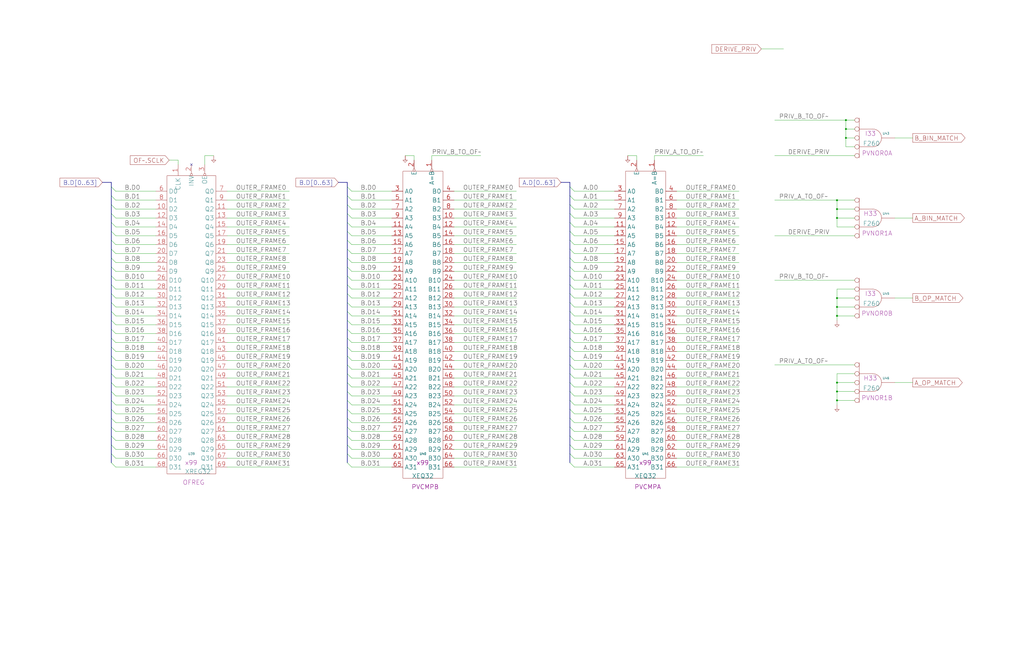
<source format=kicad_sch>
(kicad_sch (version 20230121) (generator eeschema)
  (paper "User" 584.2 378.46)
  (title_block (title "PRIVACY CHECK LOGIC") (date "15-MAR-90") (rev "1.0") (comment 1 "TYPE") (comment 2 "232-003062") (comment 3 "S400") (comment 4 "RELEASED"))
  (junction (at 482.6 78.74))
  (junction (at 477.52 223.52))
  (junction (at 477.52 114.3))
  (junction (at 482.6 73.66))
  (junction (at 477.52 119.38))
  (junction (at 477.52 124.46))
  (junction (at 477.52 175.26))
  (junction (at 477.52 218.44))
  (junction (at 477.52 180.34))
  (junction (at 477.52 170.18))
  (junction (at 482.6 68.58))
  (junction (at 477.52 228.6))
  (no_connect (at 109.22 93.98))
  (bus_entry (at 325.12 172.72) (size 2.54 2.54))
  (bus_entry (at 63.5 238.76) (size 2.54 2.54))
  (bus_entry (at 325.12 152.4) (size 2.54 2.54))
  (bus_entry (at 325.12 187.96) (size 2.54 2.54))
  (bus_entry (at 198.12 142.24) (size 2.54 2.54))
  (bus_entry (at 325.12 167.64) (size 2.54 2.54))
  (bus_entry (at 325.12 193.04) (size 2.54 2.54))
  (bus_entry (at 198.12 254) (size 2.54 2.54))
  (bus_entry (at 63.5 172.72) (size 2.54 2.54))
  (bus_entry (at 325.12 116.84) (size 2.54 2.54))
  (bus_entry (at 325.12 213.36) (size 2.54 2.54))
  (bus_entry (at 63.5 137.16) (size 2.54 2.54))
  (bus_entry (at 198.12 248.92) (size 2.54 2.54))
  (bus_entry (at 325.12 157.48) (size 2.54 2.54))
  (bus_entry (at 63.5 233.68) (size 2.54 2.54))
  (bus_entry (at 198.12 157.48) (size 2.54 2.54))
  (bus_entry (at 198.12 233.68) (size 2.54 2.54))
  (bus_entry (at 63.5 142.24) (size 2.54 2.54))
  (bus_entry (at 325.12 208.28) (size 2.54 2.54))
  (bus_entry (at 198.12 182.88) (size 2.54 2.54))
  (bus_entry (at 325.12 111.76) (size 2.54 2.54))
  (bus_entry (at 198.12 213.36) (size 2.54 2.54))
  (bus_entry (at 325.12 259.08) (size 2.54 2.54))
  (bus_entry (at 63.5 162.56) (size 2.54 2.54))
  (bus_entry (at 198.12 162.56) (size 2.54 2.54))
  (bus_entry (at 198.12 116.84) (size 2.54 2.54))
  (bus_entry (at 325.12 233.68) (size 2.54 2.54))
  (bus_entry (at 198.12 147.32) (size 2.54 2.54))
  (bus_entry (at 325.12 147.32) (size 2.54 2.54))
  (bus_entry (at 63.5 208.28) (size 2.54 2.54))
  (bus_entry (at 198.12 177.8) (size 2.54 2.54))
  (bus_entry (at 63.5 111.76) (size 2.54 2.54))
  (bus_entry (at 325.12 162.56) (size 2.54 2.54))
  (bus_entry (at 198.12 193.04) (size 2.54 2.54))
  (bus_entry (at 63.5 248.92) (size 2.54 2.54))
  (bus_entry (at 198.12 259.08) (size 2.54 2.54))
  (bus_entry (at 63.5 157.48) (size 2.54 2.54))
  (bus_entry (at 63.5 193.04) (size 2.54 2.54))
  (bus_entry (at 198.12 121.92) (size 2.54 2.54))
  (bus_entry (at 198.12 228.6) (size 2.54 2.54))
  (bus_entry (at 63.5 228.6) (size 2.54 2.54))
  (bus_entry (at 325.12 218.44) (size 2.54 2.54))
  (bus_entry (at 325.12 142.24) (size 2.54 2.54))
  (bus_entry (at 63.5 259.08) (size 2.54 2.54))
  (bus_entry (at 198.12 132.08) (size 2.54 2.54))
  (bus_entry (at 325.12 121.92) (size 2.54 2.54))
  (bus_entry (at 63.5 187.96) (size 2.54 2.54))
  (bus_entry (at 325.12 106.68) (size 2.54 2.54))
  (bus_entry (at 198.12 106.68) (size 2.54 2.54))
  (bus_entry (at 198.12 218.44) (size 2.54 2.54))
  (bus_entry (at 63.5 106.68) (size 2.54 2.54))
  (bus_entry (at 63.5 243.84) (size 2.54 2.54))
  (bus_entry (at 63.5 132.08) (size 2.54 2.54))
  (bus_entry (at 325.12 182.88) (size 2.54 2.54))
  (bus_entry (at 198.12 203.2) (size 2.54 2.54))
  (bus_entry (at 198.12 223.52) (size 2.54 2.54))
  (bus_entry (at 325.12 177.8) (size 2.54 2.54))
  (bus_entry (at 198.12 187.96) (size 2.54 2.54))
  (bus_entry (at 63.5 254) (size 2.54 2.54))
  (bus_entry (at 198.12 208.28) (size 2.54 2.54))
  (bus_entry (at 63.5 167.64) (size 2.54 2.54))
  (bus_entry (at 198.12 127) (size 2.54 2.54))
  (bus_entry (at 325.12 198.12) (size 2.54 2.54))
  (bus_entry (at 325.12 228.6) (size 2.54 2.54))
  (bus_entry (at 63.5 218.44) (size 2.54 2.54))
  (bus_entry (at 63.5 223.52) (size 2.54 2.54))
  (bus_entry (at 198.12 111.76) (size 2.54 2.54))
  (bus_entry (at 63.5 198.12) (size 2.54 2.54))
  (bus_entry (at 325.12 137.16) (size 2.54 2.54))
  (bus_entry (at 63.5 203.2) (size 2.54 2.54))
  (bus_entry (at 325.12 203.2) (size 2.54 2.54))
  (bus_entry (at 63.5 147.32) (size 2.54 2.54))
  (bus_entry (at 63.5 264.16) (size 2.54 2.54))
  (bus_entry (at 63.5 116.84) (size 2.54 2.54))
  (bus_entry (at 198.12 264.16) (size 2.54 2.54))
  (bus_entry (at 198.12 238.76) (size 2.54 2.54))
  (bus_entry (at 63.5 121.92) (size 2.54 2.54))
  (bus_entry (at 198.12 172.72) (size 2.54 2.54))
  (bus_entry (at 325.12 254) (size 2.54 2.54))
  (bus_entry (at 198.12 243.84) (size 2.54 2.54))
  (bus_entry (at 63.5 177.8) (size 2.54 2.54))
  (bus_entry (at 198.12 198.12) (size 2.54 2.54))
  (bus_entry (at 325.12 132.08) (size 2.54 2.54))
  (bus_entry (at 325.12 238.76) (size 2.54 2.54))
  (bus_entry (at 198.12 167.64) (size 2.54 2.54))
  (bus_entry (at 198.12 137.16) (size 2.54 2.54))
  (bus_entry (at 63.5 152.4) (size 2.54 2.54))
  (bus_entry (at 325.12 243.84) (size 2.54 2.54))
  (bus_entry (at 63.5 213.36) (size 2.54 2.54))
  (bus_entry (at 63.5 127) (size 2.54 2.54))
  (bus_entry (at 63.5 182.88) (size 2.54 2.54))
  (bus_entry (at 325.12 223.52) (size 2.54 2.54))
  (bus_entry (at 325.12 248.92) (size 2.54 2.54))
  (bus_entry (at 198.12 152.4) (size 2.54 2.54))
  (bus_entry (at 325.12 264.16) (size 2.54 2.54))
  (bus_entry (at 325.12 127) (size 2.54 2.54))
  (wire (pts (xy 259.08 200.66) (xy 294.64 200.66)))
  (bus (pts (xy 63.5 198.12) (xy 63.5 203.2)))
  (bus (pts (xy 325.12 167.64) (xy 325.12 172.72)))
  (bus (pts (xy 325.12 213.36) (xy 325.12 218.44)))
  (wire (pts (xy 101.6 91.44) (xy 101.6 93.98)))
  (bus (pts (xy 198.12 162.56) (xy 198.12 167.64)))
  (bus (pts (xy 198.12 223.52) (xy 198.12 228.6)))
  (wire (pts (xy 487.68 119.38) (xy 477.52 119.38)))
  (wire (pts (xy 386.08 149.86) (xy 421.64 149.86)))
  (wire (pts (xy 236.22 91.44) (xy 236.22 88.9)))
  (bus (pts (xy 63.5 137.16) (xy 63.5 142.24)))
  (wire (pts (xy 386.08 124.46) (xy 421.64 124.46)))
  (wire (pts (xy 327.66 251.46) (xy 350.52 251.46)))
  (bus (pts (xy 325.12 111.76) (xy 325.12 116.84)))
  (wire (pts (xy 66.04 220.98) (xy 88.9 220.98)))
  (wire (pts (xy 116.84 88.9) (xy 116.84 93.98)))
  (bus (pts (xy 198.12 213.36) (xy 198.12 218.44)))
  (wire (pts (xy 327.66 246.38) (xy 350.52 246.38)))
  (wire (pts (xy 386.08 175.26) (xy 421.64 175.26)))
  (bus (pts (xy 325.12 243.84) (xy 325.12 248.92)))
  (wire (pts (xy 129.54 205.74) (xy 165.1 205.74)))
  (wire (pts (xy 259.08 114.3) (xy 294.64 114.3)))
  (bus (pts (xy 325.12 259.08) (xy 325.12 264.16)))
  (wire (pts (xy 386.08 205.74) (xy 421.64 205.74)))
  (wire (pts (xy 129.54 134.62) (xy 165.1 134.62)))
  (wire (pts (xy 129.54 119.38) (xy 165.1 119.38)))
  (bus (pts (xy 325.12 127) (xy 325.12 132.08)))
  (wire (pts (xy 327.66 170.18) (xy 350.52 170.18)))
  (wire (pts (xy 482.6 68.58) (xy 482.6 73.66)))
  (wire (pts (xy 327.66 149.86) (xy 350.52 149.86)))
  (wire (pts (xy 327.66 175.26) (xy 350.52 175.26)))
  (wire (pts (xy 66.04 154.94) (xy 88.9 154.94)))
  (wire (pts (xy 200.66 261.62) (xy 223.52 261.62)))
  (bus (pts (xy 325.12 142.24) (xy 325.12 147.32)))
  (wire (pts (xy 66.04 139.7) (xy 88.9 139.7)))
  (bus (pts (xy 63.5 116.84) (xy 63.5 121.92)))
  (wire (pts (xy 129.54 251.46) (xy 165.1 251.46)))
  (wire (pts (xy 66.04 261.62) (xy 88.9 261.62)))
  (bus (pts (xy 325.12 152.4) (xy 325.12 157.48)))
  (bus (pts (xy 198.12 132.08) (xy 198.12 137.16)))
  (bus (pts (xy 325.12 121.92) (xy 325.12 127)))
  (wire (pts (xy 200.66 236.22) (xy 223.52 236.22)))
  (wire (pts (xy 259.08 215.9) (xy 294.64 215.9)))
  (wire (pts (xy 129.54 220.98) (xy 165.1 220.98)))
  (bus (pts (xy 63.5 167.64) (xy 63.5 172.72)))
  (bus (pts (xy 63.5 162.56) (xy 63.5 167.64)))
  (wire (pts (xy 386.08 139.7) (xy 421.64 139.7)))
  (bus (pts (xy 63.5 213.36) (xy 63.5 218.44)))
  (bus (pts (xy 325.12 193.04) (xy 325.12 198.12)))
  (wire (pts (xy 487.68 124.46) (xy 477.52 124.46)))
  (wire (pts (xy 66.04 165.1) (xy 88.9 165.1)))
  (bus (pts (xy 63.5 218.44) (xy 63.5 223.52)))
  (wire (pts (xy 327.66 241.3) (xy 350.52 241.3)))
  (wire (pts (xy 327.66 154.94) (xy 350.52 154.94)))
  (wire (pts (xy 200.66 134.62) (xy 223.52 134.62)))
  (bus (pts (xy 325.12 104.14) (xy 325.12 106.68)))
  (wire (pts (xy 441.96 160.02) (xy 487.68 160.02)))
  (wire (pts (xy 477.52 114.3) (xy 477.52 119.38)))
  (bus (pts (xy 198.12 248.92) (xy 198.12 254)))
  (wire (pts (xy 259.08 246.38) (xy 294.64 246.38)))
  (wire (pts (xy 487.68 165.1) (xy 477.52 165.1)))
  (bus (pts (xy 325.12 157.48) (xy 325.12 162.56)))
  (wire (pts (xy 66.04 195.58) (xy 88.9 195.58)))
  (wire (pts (xy 386.08 170.18) (xy 421.64 170.18)))
  (wire (pts (xy 66.04 205.74) (xy 88.9 205.74)))
  (wire (pts (xy 327.66 231.14) (xy 350.52 231.14)))
  (wire (pts (xy 200.66 154.94) (xy 223.52 154.94)))
  (bus (pts (xy 63.5 121.92) (xy 63.5 127)))
  (wire (pts (xy 259.08 165.1) (xy 294.64 165.1)))
  (wire (pts (xy 200.66 160.02) (xy 223.52 160.02)))
  (bus (pts (xy 63.5 182.88) (xy 63.5 187.96)))
  (wire (pts (xy 200.66 149.86) (xy 223.52 149.86)))
  (wire (pts (xy 386.08 129.54) (xy 421.64 129.54)))
  (bus (pts (xy 198.12 167.64) (xy 198.12 172.72)))
  (bus (pts (xy 63.5 259.08) (xy 63.5 264.16)))
  (wire (pts (xy 487.68 213.36) (xy 477.52 213.36)))
  (wire (pts (xy 477.52 170.18) (xy 477.52 175.26)))
  (wire (pts (xy 66.04 185.42) (xy 88.9 185.42)))
  (wire (pts (xy 200.66 144.78) (xy 223.52 144.78)))
  (bus (pts (xy 63.5 177.8) (xy 63.5 182.88)))
  (bus (pts (xy 63.5 233.68) (xy 63.5 238.76)))
  (wire (pts (xy 477.52 180.34) (xy 477.52 182.88)))
  (wire (pts (xy 200.66 251.46) (xy 223.52 251.46)))
  (wire (pts (xy 327.66 266.7) (xy 350.52 266.7)))
  (wire (pts (xy 129.54 170.18) (xy 165.1 170.18)))
  (wire (pts (xy 386.08 134.62) (xy 421.64 134.62)))
  (bus (pts (xy 198.12 203.2) (xy 198.12 208.28)))
  (wire (pts (xy 66.04 251.46) (xy 88.9 251.46)))
  (bus (pts (xy 325.12 182.88) (xy 325.12 187.96)))
  (wire (pts (xy 259.08 190.5) (xy 294.64 190.5)))
  (wire (pts (xy 66.04 215.9) (xy 88.9 215.9)))
  (wire (pts (xy 386.08 190.5) (xy 421.64 190.5)))
  (wire (pts (xy 327.66 185.42) (xy 350.52 185.42)))
  (wire (pts (xy 259.08 241.3) (xy 294.64 241.3)))
  (bus (pts (xy 63.5 243.84) (xy 63.5 248.92)))
  (wire (pts (xy 477.52 218.44) (xy 477.52 223.52)))
  (wire (pts (xy 66.04 144.78) (xy 88.9 144.78)))
  (wire (pts (xy 129.54 114.3) (xy 165.1 114.3)))
  (wire (pts (xy 477.52 119.38) (xy 477.52 124.46)))
  (wire (pts (xy 200.66 241.3) (xy 223.52 241.3)))
  (wire (pts (xy 200.66 139.7) (xy 223.52 139.7)))
  (bus (pts (xy 63.5 248.92) (xy 63.5 254)))
  (wire (pts (xy 200.66 124.46) (xy 223.52 124.46)))
  (wire (pts (xy 327.66 210.82) (xy 350.52 210.82)))
  (wire (pts (xy 200.66 119.38) (xy 223.52 119.38)))
  (wire (pts (xy 129.54 180.34) (xy 165.1 180.34)))
  (wire (pts (xy 200.66 185.42) (xy 223.52 185.42)))
  (wire (pts (xy 129.54 261.62) (xy 165.1 261.62)))
  (wire (pts (xy 259.08 170.18) (xy 294.64 170.18)))
  (wire (pts (xy 259.08 180.34) (xy 294.64 180.34)))
  (bus (pts (xy 198.12 152.4) (xy 198.12 157.48)))
  (wire (pts (xy 129.54 185.42) (xy 165.1 185.42)))
  (wire (pts (xy 327.66 119.38) (xy 350.52 119.38)))
  (wire (pts (xy 66.04 180.34) (xy 88.9 180.34)))
  (wire (pts (xy 129.54 231.14) (xy 165.1 231.14)))
  (wire (pts (xy 129.54 144.78) (xy 165.1 144.78)))
  (wire (pts (xy 66.04 170.18) (xy 88.9 170.18)))
  (wire (pts (xy 441.96 88.9) (xy 487.68 88.9)))
  (bus (pts (xy 198.12 187.96) (xy 198.12 193.04)))
  (wire (pts (xy 129.54 149.86) (xy 165.1 149.86)))
  (bus (pts (xy 63.5 132.08) (xy 63.5 137.16)))
  (bus (pts (xy 63.5 228.6) (xy 63.5 233.68)))
  (bus (pts (xy 325.12 198.12) (xy 325.12 203.2)))
  (wire (pts (xy 200.66 170.18) (xy 223.52 170.18)))
  (bus (pts (xy 63.5 203.2) (xy 63.5 208.28)))
  (wire (pts (xy 327.66 165.1) (xy 350.52 165.1)))
  (wire (pts (xy 386.08 180.34) (xy 421.64 180.34)))
  (wire (pts (xy 477.52 228.6) (xy 477.52 231.14)))
  (bus (pts (xy 63.5 104.14) (xy 63.5 106.68)))
  (wire (pts (xy 386.08 154.94) (xy 421.64 154.94)))
  (wire (pts (xy 482.6 73.66) (xy 482.6 78.74)))
  (bus (pts (xy 63.5 111.76) (xy 63.5 116.84)))
  (wire (pts (xy 259.08 119.38) (xy 294.64 119.38)))
  (wire (pts (xy 66.04 231.14) (xy 88.9 231.14)))
  (wire (pts (xy 386.08 114.3) (xy 421.64 114.3)))
  (bus (pts (xy 198.12 233.68) (xy 198.12 238.76)))
  (wire (pts (xy 487.68 218.44) (xy 477.52 218.44)))
  (bus (pts (xy 198.12 228.6) (xy 198.12 233.68)))
  (wire (pts (xy 477.52 165.1) (xy 477.52 170.18)))
  (wire (pts (xy 96.52 91.44) (xy 101.6 91.44)))
  (wire (pts (xy 129.54 109.22) (xy 165.1 109.22)))
  (bus (pts (xy 63.5 187.96) (xy 63.5 193.04)))
  (bus (pts (xy 325.12 177.8) (xy 325.12 182.88)))
  (wire (pts (xy 386.08 165.1) (xy 421.64 165.1)))
  (bus (pts (xy 325.12 228.6) (xy 325.12 233.68)))
  (bus (pts (xy 325.12 162.56) (xy 325.12 167.64)))
  (wire (pts (xy 386.08 241.3) (xy 421.64 241.3)))
  (wire (pts (xy 200.66 180.34) (xy 223.52 180.34)))
  (wire (pts (xy 386.08 119.38) (xy 421.64 119.38)))
  (wire (pts (xy 327.66 205.74) (xy 350.52 205.74)))
  (wire (pts (xy 358.14 88.9) (xy 363.22 88.9)))
  (wire (pts (xy 200.66 205.74) (xy 223.52 205.74)))
  (bus (pts (xy 198.12 104.14) (xy 198.12 106.68)))
  (bus (pts (xy 325.12 187.96) (xy 325.12 193.04)))
  (bus (pts (xy 325.12 106.68) (xy 325.12 111.76)))
  (wire (pts (xy 441.96 134.62) (xy 487.68 134.62)))
  (wire (pts (xy 386.08 251.46) (xy 421.64 251.46)))
  (wire (pts (xy 66.04 109.22) (xy 88.9 109.22)))
  (wire (pts (xy 200.66 200.66) (xy 223.52 200.66)))
  (bus (pts (xy 198.12 137.16) (xy 198.12 142.24)))
  (wire (pts (xy 259.08 160.02) (xy 294.64 160.02)))
  (wire (pts (xy 259.08 261.62) (xy 294.64 261.62)))
  (bus (pts (xy 63.5 147.32) (xy 63.5 152.4)))
  (wire (pts (xy 327.66 124.46) (xy 350.52 124.46)))
  (wire (pts (xy 386.08 160.02) (xy 421.64 160.02)))
  (bus (pts (xy 63.5 127) (xy 63.5 132.08)))
  (wire (pts (xy 129.54 124.46) (xy 165.1 124.46)))
  (wire (pts (xy 200.66 190.5) (xy 223.52 190.5)))
  (wire (pts (xy 327.66 114.3) (xy 350.52 114.3)))
  (bus (pts (xy 325.12 116.84) (xy 325.12 121.92)))
  (wire (pts (xy 129.54 165.1) (xy 165.1 165.1)))
  (wire (pts (xy 259.08 129.54) (xy 294.64 129.54)))
  (wire (pts (xy 66.04 160.02) (xy 88.9 160.02)))
  (bus (pts (xy 198.12 147.32) (xy 198.12 152.4)))
  (wire (pts (xy 477.52 175.26) (xy 477.52 180.34)))
  (wire (pts (xy 510.54 124.46) (xy 520.7 124.46)))
  (wire (pts (xy 259.08 195.58) (xy 294.64 195.58)))
  (wire (pts (xy 200.66 220.98) (xy 223.52 220.98)))
  (wire (pts (xy 200.66 195.58) (xy 223.52 195.58)))
  (wire (pts (xy 129.54 139.7) (xy 165.1 139.7)))
  (wire (pts (xy 200.66 215.9) (xy 223.52 215.9)))
  (bus (pts (xy 325.12 233.68) (xy 325.12 238.76)))
  (wire (pts (xy 441.96 68.58) (xy 482.6 68.58)))
  (wire (pts (xy 66.04 200.66) (xy 88.9 200.66)))
  (wire (pts (xy 200.66 109.22) (xy 223.52 109.22)))
  (wire (pts (xy 259.08 231.14) (xy 294.64 231.14)))
  (wire (pts (xy 482.6 68.58) (xy 487.68 68.58)))
  (wire (pts (xy 327.66 226.06) (xy 350.52 226.06)))
  (wire (pts (xy 510.54 170.18) (xy 520.7 170.18)))
  (wire (pts (xy 66.04 226.06) (xy 88.9 226.06)))
  (wire (pts (xy 386.08 185.42) (xy 421.64 185.42)))
  (wire (pts (xy 386.08 266.7) (xy 421.64 266.7)))
  (wire (pts (xy 327.66 180.34) (xy 350.52 180.34)))
  (bus (pts (xy 325.12 172.72) (xy 325.12 177.8)))
  (wire (pts (xy 129.54 160.02) (xy 165.1 160.02)))
  (bus (pts (xy 325.12 147.32) (xy 325.12 152.4)))
  (wire (pts (xy 510.54 78.74) (xy 520.7 78.74)))
  (wire (pts (xy 477.52 213.36) (xy 477.52 218.44)))
  (wire (pts (xy 487.68 228.6) (xy 477.52 228.6)))
  (bus (pts (xy 320.04 104.14) (xy 325.12 104.14)))
  (wire (pts (xy 386.08 246.38) (xy 421.64 246.38)))
  (wire (pts (xy 487.68 223.52) (xy 477.52 223.52)))
  (wire (pts (xy 259.08 220.98) (xy 294.64 220.98)))
  (wire (pts (xy 441.96 208.28) (xy 487.68 208.28)))
  (wire (pts (xy 477.52 114.3) (xy 487.68 114.3)))
  (bus (pts (xy 63.5 172.72) (xy 63.5 177.8)))
  (wire (pts (xy 129.54 154.94) (xy 165.1 154.94)))
  (wire (pts (xy 441.96 114.3) (xy 477.52 114.3)))
  (wire (pts (xy 434.34 27.94) (xy 447.04 27.94)))
  (wire (pts (xy 129.54 200.66) (xy 165.1 200.66)))
  (bus (pts (xy 198.12 243.84) (xy 198.12 248.92)))
  (wire (pts (xy 200.66 210.82) (xy 223.52 210.82)))
  (bus (pts (xy 198.12 193.04) (xy 198.12 198.12)))
  (wire (pts (xy 327.66 160.02) (xy 350.52 160.02)))
  (wire (pts (xy 327.66 109.22) (xy 350.52 109.22)))
  (bus (pts (xy 198.12 106.68) (xy 198.12 111.76)))
  (bus (pts (xy 198.12 111.76) (xy 198.12 116.84)))
  (wire (pts (xy 327.66 256.54) (xy 350.52 256.54)))
  (bus (pts (xy 325.12 248.92) (xy 325.12 254)))
  (wire (pts (xy 231.14 88.9) (xy 236.22 88.9)))
  (wire (pts (xy 259.08 149.86) (xy 294.64 149.86)))
  (bus (pts (xy 198.12 198.12) (xy 198.12 203.2)))
  (wire (pts (xy 373.38 91.44) (xy 373.38 88.9)))
  (wire (pts (xy 200.66 246.38) (xy 223.52 246.38)))
  (bus (pts (xy 198.12 208.28) (xy 198.12 213.36)))
  (wire (pts (xy 129.54 241.3) (xy 165.1 241.3)))
  (wire (pts (xy 66.04 266.7) (xy 88.9 266.7)))
  (bus (pts (xy 325.12 137.16) (xy 325.12 142.24)))
  (bus (pts (xy 198.12 254) (xy 198.12 259.08)))
  (bus (pts (xy 63.5 142.24) (xy 63.5 147.32)))
  (bus (pts (xy 198.12 127) (xy 198.12 132.08)))
  (wire (pts (xy 386.08 236.22) (xy 421.64 236.22)))
  (bus (pts (xy 198.12 182.88) (xy 198.12 187.96)))
  (wire (pts (xy 259.08 266.7) (xy 294.64 266.7)))
  (wire (pts (xy 327.66 144.78) (xy 350.52 144.78)))
  (wire (pts (xy 327.66 190.5) (xy 350.52 190.5)))
  (wire (pts (xy 66.04 241.3) (xy 88.9 241.3)))
  (wire (pts (xy 487.68 129.54) (xy 477.52 129.54)))
  (bus (pts (xy 63.5 223.52) (xy 63.5 228.6)))
  (wire (pts (xy 482.6 73.66) (xy 487.68 73.66)))
  (wire (pts (xy 129.54 175.26) (xy 165.1 175.26)))
  (wire (pts (xy 477.52 223.52) (xy 477.52 228.6)))
  (bus (pts (xy 325.12 218.44) (xy 325.12 223.52)))
  (wire (pts (xy 327.66 139.7) (xy 350.52 139.7)))
  (bus (pts (xy 63.5 208.28) (xy 63.5 213.36)))
  (wire (pts (xy 66.04 114.3) (xy 88.9 114.3)))
  (bus (pts (xy 198.12 172.72) (xy 198.12 177.8)))
  (wire (pts (xy 386.08 200.66) (xy 421.64 200.66)))
  (wire (pts (xy 386.08 261.62) (xy 421.64 261.62)))
  (wire (pts (xy 66.04 256.54) (xy 88.9 256.54)))
  (wire (pts (xy 327.66 195.58) (xy 350.52 195.58)))
  (wire (pts (xy 386.08 144.78) (xy 421.64 144.78)))
  (wire (pts (xy 327.66 200.66) (xy 350.52 200.66)))
  (wire (pts (xy 259.08 124.46) (xy 294.64 124.46)))
  (bus (pts (xy 63.5 238.76) (xy 63.5 243.84)))
  (wire (pts (xy 259.08 226.06) (xy 294.64 226.06)))
  (wire (pts (xy 386.08 256.54) (xy 421.64 256.54)))
  (wire (pts (xy 200.66 226.06) (xy 223.52 226.06)))
  (wire (pts (xy 327.66 134.62) (xy 350.52 134.62)))
  (wire (pts (xy 129.54 195.58) (xy 165.1 195.58)))
  (wire (pts (xy 200.66 129.54) (xy 223.52 129.54)))
  (wire (pts (xy 129.54 190.5) (xy 165.1 190.5)))
  (wire (pts (xy 66.04 246.38) (xy 88.9 246.38)))
  (wire (pts (xy 246.38 88.9) (xy 274.32 88.9)))
  (wire (pts (xy 363.22 91.44) (xy 363.22 88.9)))
  (bus (pts (xy 63.5 106.68) (xy 63.5 111.76)))
  (wire (pts (xy 386.08 226.06) (xy 421.64 226.06)))
  (wire (pts (xy 259.08 139.7) (xy 294.64 139.7)))
  (wire (pts (xy 386.08 215.9) (xy 421.64 215.9)))
  (wire (pts (xy 259.08 210.82) (xy 294.64 210.82)))
  (bus (pts (xy 325.12 254) (xy 325.12 259.08)))
  (bus (pts (xy 325.12 132.08) (xy 325.12 137.16)))
  (wire (pts (xy 259.08 144.78) (xy 294.64 144.78)))
  (bus (pts (xy 198.12 116.84) (xy 198.12 121.92)))
  (wire (pts (xy 121.92 88.9) (xy 116.84 88.9)))
  (wire (pts (xy 66.04 210.82) (xy 88.9 210.82)))
  (wire (pts (xy 129.54 266.7) (xy 165.1 266.7)))
  (wire (pts (xy 259.08 154.94) (xy 294.64 154.94)))
  (wire (pts (xy 482.6 83.82) (xy 487.68 83.82)))
  (wire (pts (xy 129.54 210.82) (xy 165.1 210.82)))
  (bus (pts (xy 325.12 238.76) (xy 325.12 243.84)))
  (wire (pts (xy 373.38 88.9) (xy 401.32 88.9)))
  (bus (pts (xy 325.12 223.52) (xy 325.12 228.6)))
  (wire (pts (xy 200.66 114.3) (xy 223.52 114.3)))
  (wire (pts (xy 66.04 134.62) (xy 88.9 134.62)))
  (wire (pts (xy 200.66 256.54) (xy 223.52 256.54)))
  (bus (pts (xy 198.12 157.48) (xy 198.12 162.56)))
  (wire (pts (xy 259.08 109.22) (xy 294.64 109.22)))
  (wire (pts (xy 259.08 256.54) (xy 294.64 256.54)))
  (wire (pts (xy 386.08 220.98) (xy 421.64 220.98)))
  (wire (pts (xy 487.68 180.34) (xy 477.52 180.34)))
  (wire (pts (xy 200.66 165.1) (xy 223.52 165.1)))
  (wire (pts (xy 200.66 266.7) (xy 223.52 266.7)))
  (bus (pts (xy 193.04 104.14) (xy 198.12 104.14)))
  (bus (pts (xy 63.5 193.04) (xy 63.5 198.12)))
  (bus (pts (xy 198.12 218.44) (xy 198.12 223.52)))
  (wire (pts (xy 327.66 220.98) (xy 350.52 220.98)))
  (wire (pts (xy 66.04 124.46) (xy 88.9 124.46)))
  (wire (pts (xy 477.52 124.46) (xy 477.52 129.54)))
  (bus (pts (xy 325.12 203.2) (xy 325.12 208.28)))
  (wire (pts (xy 327.66 129.54) (xy 350.52 129.54)))
  (wire (pts (xy 487.68 175.26) (xy 477.52 175.26)))
  (bus (pts (xy 63.5 152.4) (xy 63.5 157.48)))
  (bus (pts (xy 198.12 121.92) (xy 198.12 127)))
  (wire (pts (xy 129.54 226.06) (xy 165.1 226.06)))
  (wire (pts (xy 386.08 109.22) (xy 421.64 109.22)))
  (wire (pts (xy 66.04 119.38) (xy 88.9 119.38)))
  (wire (pts (xy 66.04 190.5) (xy 88.9 190.5)))
  (wire (pts (xy 66.04 175.26) (xy 88.9 175.26)))
  (bus (pts (xy 198.12 259.08) (xy 198.12 264.16)))
  (wire (pts (xy 259.08 185.42) (xy 294.64 185.42)))
  (wire (pts (xy 200.66 175.26) (xy 223.52 175.26)))
  (wire (pts (xy 259.08 236.22) (xy 294.64 236.22)))
  (wire (pts (xy 327.66 236.22) (xy 350.52 236.22)))
  (wire (pts (xy 129.54 246.38) (xy 165.1 246.38)))
  (wire (pts (xy 129.54 256.54) (xy 165.1 256.54)))
  (wire (pts (xy 259.08 251.46) (xy 294.64 251.46)))
  (wire (pts (xy 66.04 129.54) (xy 88.9 129.54)))
  (wire (pts (xy 487.68 170.18) (xy 477.52 170.18)))
  (wire (pts (xy 482.6 78.74) (xy 482.6 83.82)))
  (wire (pts (xy 129.54 129.54) (xy 165.1 129.54)))
  (wire (pts (xy 200.66 231.14) (xy 223.52 231.14)))
  (wire (pts (xy 386.08 195.58) (xy 421.64 195.58)))
  (wire (pts (xy 327.66 215.9) (xy 350.52 215.9)))
  (wire (pts (xy 246.38 91.44) (xy 246.38 88.9)))
  (wire (pts (xy 259.08 175.26) (xy 294.64 175.26)))
  (wire (pts (xy 129.54 215.9) (xy 165.1 215.9)))
  (wire (pts (xy 129.54 236.22) (xy 165.1 236.22)))
  (wire (pts (xy 327.66 261.62) (xy 350.52 261.62)))
  (wire (pts (xy 482.6 78.74) (xy 487.68 78.74)))
  (wire (pts (xy 66.04 149.86) (xy 88.9 149.86)))
  (wire (pts (xy 259.08 134.62) (xy 294.64 134.62)))
  (bus (pts (xy 198.12 177.8) (xy 198.12 182.88)))
  (bus (pts (xy 58.42 104.14) (xy 63.5 104.14)))
  (bus (pts (xy 63.5 254) (xy 63.5 259.08)))
  (wire (pts (xy 386.08 210.82) (xy 421.64 210.82)))
  (bus (pts (xy 198.12 142.24) (xy 198.12 147.32)))
  (bus (pts (xy 63.5 157.48) (xy 63.5 162.56)))
  (wire (pts (xy 66.04 236.22) (xy 88.9 236.22)))
  (wire (pts (xy 510.54 218.44) (xy 520.7 218.44)))
  (wire (pts (xy 386.08 231.14) (xy 421.64 231.14)))
  (bus (pts (xy 198.12 238.76) (xy 198.12 243.84)))
  (bus (pts (xy 325.12 208.28) (xy 325.12 213.36)))
  (wire (pts (xy 259.08 205.74) (xy 294.64 205.74)))
  (label "A.D30" (at 332.74 261.62 0) (effects (font (size 2.54 2.54))))
  (label "A.D4" (at 332.74 129.54 0) (effects (font (size 2.54 2.54))))
  (label "B.D0" (at 205.74 109.22 0) (effects (font (size 2.54 2.54))))
  (label "OUTER_FRAME3" (at 264.16 124.46 0) (effects (font (size 2.54 2.54))))
  (label "OUTER_FRAME17" (at 134.62 195.58 0) (effects (font (size 2.54 2.54))))
  (label "OUTER_FRAME6" (at 264.16 139.7 0) (effects (font (size 2.54 2.54))))
  (label "OUTER_FRAME21" (at 134.62 215.9 0) (effects (font (size 2.54 2.54))))
  (label "B.D18" (at 205.74 200.66 0) (effects (font (size 2.54 2.54))))
  (label "B.D28" (at 205.74 251.46 0) (effects (font (size 2.54 2.54))))
  (label "B.D12" (at 205.74 170.18 0) (effects (font (size 2.54 2.54))))
  (label "B.D10" (at 205.74 160.02 0) (effects (font (size 2.54 2.54))))
  (label "OUTER_FRAME18" (at 264.16 200.66 0) (effects (font (size 2.54 2.54))))
  (label "OUTER_FRAME14" (at 391.16 180.34 0) (effects (font (size 2.54 2.54))))
  (label "OUTER_FRAME21" (at 264.16 215.9 0) (effects (font (size 2.54 2.54))))
  (label "PRIV_B_TO_OF~" (at 444.5 68.58 0) (effects (font (size 2.54 2.54))))
  (label "B.D8" (at 71.12 149.86 0) (effects (font (size 2.54 2.54))))
  (label "OUTER_FRAME25" (at 134.62 236.22 0) (effects (font (size 2.54 2.54))))
  (label "OUTER_FRAME22" (at 264.16 220.98 0) (effects (font (size 2.54 2.54))))
  (label "OUTER_FRAME12" (at 134.62 170.18 0) (effects (font (size 2.54 2.54))))
  (label "B.D29" (at 205.74 256.54 0) (effects (font (size 2.54 2.54))))
  (label "OUTER_FRAME27" (at 264.16 246.38 0) (effects (font (size 2.54 2.54))))
  (label "B.D10" (at 71.12 160.02 0) (effects (font (size 2.54 2.54))))
  (label "PRIV_A_TO_OF~" (at 373.38 88.9 0) (effects (font (size 2.54 2.54))))
  (label "OUTER_FRAME22" (at 134.62 220.98 0) (effects (font (size 2.54 2.54))))
  (label "B.D22" (at 205.74 220.98 0) (effects (font (size 2.54 2.54))))
  (label "OUTER_FRAME9" (at 134.62 154.94 0) (effects (font (size 2.54 2.54))))
  (label "B.D20" (at 71.12 210.82 0) (effects (font (size 2.54 2.54))))
  (label "A.D12" (at 332.74 170.18 0) (effects (font (size 2.54 2.54))))
  (label "A.D1" (at 332.74 114.3 0) (effects (font (size 2.54 2.54))))
  (label "OUTER_FRAME2" (at 264.16 119.38 0) (effects (font (size 2.54 2.54))))
  (label "OUTER_FRAME25" (at 391.16 236.22 0) (effects (font (size 2.54 2.54))))
  (label "A.D14" (at 332.74 180.34 0) (effects (font (size 2.54 2.54))))
  (label "OUTER_FRAME1" (at 391.16 114.3 0) (effects (font (size 2.54 2.54))))
  (label "B.D22" (at 71.12 220.98 0) (effects (font (size 2.54 2.54))))
  (label "OUTER_FRAME10" (at 134.62 160.02 0) (effects (font (size 2.54 2.54))))
  (label "B.D19" (at 205.74 205.74 0) (effects (font (size 2.54 2.54))))
  (label "OUTER_FRAME1" (at 134.62 114.3 0) (effects (font (size 2.54 2.54))))
  (label "B.D3" (at 71.12 124.46 0) (effects (font (size 2.54 2.54))))
  (label "OUTER_FRAME27" (at 134.62 246.38 0) (effects (font (size 2.54 2.54))))
  (label "OUTER_FRAME17" (at 264.16 195.58 0) (effects (font (size 2.54 2.54))))
  (label "OUTER_FRAME19" (at 391.16 205.74 0) (effects (font (size 2.54 2.54))))
  (label "OUTER_FRAME28" (at 134.62 251.46 0) (effects (font (size 2.54 2.54))))
  (label "A.D11" (at 332.74 165.1 0) (effects (font (size 2.54 2.54))))
  (label "OUTER_FRAME3" (at 391.16 124.46 0) (effects (font (size 2.54 2.54))))
  (label "B.D30" (at 205.74 261.62 0) (effects (font (size 2.54 2.54))))
  (label "A.D24" (at 332.74 231.14 0) (effects (font (size 2.54 2.54))))
  (label "OUTER_FRAME19" (at 264.16 205.74 0) (effects (font (size 2.54 2.54))))
  (label "A.D26" (at 332.74 241.3 0) (effects (font (size 2.54 2.54))))
  (label "OUTER_FRAME24" (at 134.62 231.14 0) (effects (font (size 2.54 2.54))))
  (label "OUTER_FRAME26" (at 134.62 241.3 0) (effects (font (size 2.54 2.54))))
  (label "B.D21" (at 71.12 215.9 0) (effects (font (size 2.54 2.54))))
  (label "B.D1" (at 71.12 114.3 0) (effects (font (size 2.54 2.54))))
  (label "B.D5" (at 205.74 134.62 0) (effects (font (size 2.54 2.54))))
  (label "OUTER_FRAME21" (at 391.16 215.9 0) (effects (font (size 2.54 2.54))))
  (label "A.D8" (at 332.74 149.86 0) (effects (font (size 2.54 2.54))))
  (label "OUTER_FRAME29" (at 134.62 256.54 0) (effects (font (size 2.54 2.54))))
  (label "OUTER_FRAME23" (at 391.16 226.06 0) (effects (font (size 2.54 2.54))))
  (label "OUTER_FRAME8" (at 264.16 149.86 0) (effects (font (size 2.54 2.54))))
  (label "OUTER_FRAME24" (at 391.16 231.14 0) (effects (font (size 2.54 2.54))))
  (label "A.D31" (at 332.74 266.7 0) (effects (font (size 2.54 2.54))))
  (label "OUTER_FRAME9" (at 264.16 154.94 0) (effects (font (size 2.54 2.54))))
  (label "B.D20" (at 205.74 210.82 0) (effects (font (size 2.54 2.54))))
  (label "B.D25" (at 205.74 236.22 0) (effects (font (size 2.54 2.54))))
  (label "B.D9" (at 205.74 154.94 0) (effects (font (size 2.54 2.54))))
  (label "B.D13" (at 205.74 175.26 0) (effects (font (size 2.54 2.54))))
  (label "OUTER_FRAME11" (at 391.16 165.1 0) (effects (font (size 2.54 2.54))))
  (label "A.D6" (at 332.74 139.7 0) (effects (font (size 2.54 2.54))))
  (label "OUTER_FRAME15" (at 134.62 185.42 0) (effects (font (size 2.54 2.54))))
  (label "B.D21" (at 205.74 215.9 0) (effects (font (size 2.54 2.54))))
  (label "B.D0" (at 71.12 109.22 0) (effects (font (size 2.54 2.54))))
  (label "OUTER_FRAME7" (at 264.16 144.78 0) (effects (font (size 2.54 2.54))))
  (label "B.D4" (at 205.74 129.54 0) (effects (font (size 2.54 2.54))))
  (label "OUTER_FRAME1" (at 264.16 114.3 0) (effects (font (size 2.54 2.54))))
  (label "OUTER_FRAME31" (at 134.62 266.7 0) (effects (font (size 2.54 2.54))))
  (label "DERIVE_PRIV" (at 449.58 134.62 0) (effects (font (size 2.54 2.54))))
  (label "A.D13" (at 332.74 175.26 0) (effects (font (size 2.54 2.54))))
  (label "B.D28" (at 71.12 251.46 0) (effects (font (size 2.54 2.54))))
  (label "B.D24" (at 205.74 231.14 0) (effects (font (size 2.54 2.54))))
  (label "A.D23" (at 332.74 226.06 0) (effects (font (size 2.54 2.54))))
  (label "B.D6" (at 71.12 139.7 0) (effects (font (size 2.54 2.54))))
  (label "OUTER_FRAME7" (at 134.62 144.78 0) (effects (font (size 2.54 2.54))))
  (label "OUTER_FRAME16" (at 264.16 190.5 0) (effects (font (size 2.54 2.54))))
  (label "B.D5" (at 71.12 134.62 0) (effects (font (size 2.54 2.54))))
  (label "OUTER_FRAME25" (at 264.16 236.22 0) (effects (font (size 2.54 2.54))))
  (label "B.D15" (at 205.74 185.42 0) (effects (font (size 2.54 2.54))))
  (label "A.D16" (at 332.74 190.5 0) (effects (font (size 2.54 2.54))))
  (label "OUTER_FRAME24" (at 264.16 231.14 0) (effects (font (size 2.54 2.54))))
  (label "OUTER_FRAME6" (at 134.62 139.7 0) (effects (font (size 2.54 2.54))))
  (label "A.D18" (at 332.74 200.66 0) (effects (font (size 2.54 2.54))))
  (label "DERIVE_PRIV" (at 449.58 88.9 0) (effects (font (size 2.54 2.54))))
  (label "OUTER_FRAME11" (at 264.16 165.1 0) (effects (font (size 2.54 2.54))))
  (label "PRIV_A_TO_OF~" (at 444.5 114.3 0) (effects (font (size 2.54 2.54))))
  (label "OUTER_FRAME30" (at 391.16 261.62 0) (effects (font (size 2.54 2.54))))
  (label "OUTER_FRAME26" (at 391.16 241.3 0) (effects (font (size 2.54 2.54))))
  (label "A.D10" (at 332.74 160.02 0) (effects (font (size 2.54 2.54))))
  (label "OUTER_FRAME7" (at 391.16 144.78 0) (effects (font (size 2.54 2.54))))
  (label "OUTER_FRAME13" (at 134.62 175.26 0) (effects (font (size 2.54 2.54))))
  (label "B.D31" (at 71.12 266.7 0) (effects (font (size 2.54 2.54))))
  (label "OUTER_FRAME16" (at 134.62 190.5 0) (effects (font (size 2.54 2.54))))
  (label "A.D9" (at 332.74 154.94 0) (effects (font (size 2.54 2.54))))
  (label "OUTER_FRAME4" (at 391.16 129.54 0) (effects (font (size 2.54 2.54))))
  (label "PRIV_B_TO_OF~" (at 246.38 88.9 0) (effects (font (size 2.54 2.54))))
  (label "OUTER_FRAME20" (at 391.16 210.82 0) (effects (font (size 2.54 2.54))))
  (label "OUTER_FRAME5" (at 391.16 134.62 0) (effects (font (size 2.54 2.54))))
  (label "OUTER_FRAME20" (at 134.62 210.82 0) (effects (font (size 2.54 2.54))))
  (label "B.D14" (at 205.74 180.34 0) (effects (font (size 2.54 2.54))))
  (label "OUTER_FRAME18" (at 391.16 200.66 0) (effects (font (size 2.54 2.54))))
  (label "OUTER_FRAME28" (at 264.16 251.46 0) (effects (font (size 2.54 2.54))))
  (label "B.D17" (at 71.12 195.58 0) (effects (font (size 2.54 2.54))))
  (label "OUTER_FRAME5" (at 134.62 134.62 0) (effects (font (size 2.54 2.54))))
  (label "OUTER_FRAME30" (at 134.62 261.62 0) (effects (font (size 2.54 2.54))))
  (label "B.D6" (at 205.74 139.7 0) (effects (font (size 2.54 2.54))))
  (label "OUTER_FRAME6" (at 391.16 139.7 0) (effects (font (size 2.54 2.54))))
  (label "B.D7" (at 71.12 144.78 0) (effects (font (size 2.54 2.54))))
  (label "B.D9" (at 71.12 154.94 0) (effects (font (size 2.54 2.54))))
  (label "OUTER_FRAME2" (at 134.62 119.38 0) (effects (font (size 2.54 2.54))))
  (label "OUTER_FRAME16" (at 391.16 190.5 0) (effects (font (size 2.54 2.54))))
  (label "B.D16" (at 205.74 190.5 0) (effects (font (size 2.54 2.54))))
  (label "OUTER_FRAME4" (at 134.62 129.54 0) (effects (font (size 2.54 2.54))))
  (label "B.D31" (at 205.74 266.7 0) (effects (font (size 2.54 2.54))))
  (label "B.D3" (at 205.74 124.46 0) (effects (font (size 2.54 2.54))))
  (label "OUTER_FRAME26" (at 264.16 241.3 0) (effects (font (size 2.54 2.54))))
  (label "B.D26" (at 205.74 241.3 0) (effects (font (size 2.54 2.54))))
  (label "B.D18" (at 71.12 200.66 0) (effects (font (size 2.54 2.54))))
  (label "OUTER_FRAME0" (at 134.62 109.22 0) (effects (font (size 2.54 2.54))))
  (label "OUTER_FRAME19" (at 134.62 205.74 0) (effects (font (size 2.54 2.54))))
  (label "OUTER_FRAME2" (at 391.16 119.38 0) (effects (font (size 2.54 2.54))))
  (label "B.D30" (at 71.12 261.62 0) (effects (font (size 2.54 2.54))))
  (label "OUTER_FRAME0" (at 391.16 109.22 0) (effects (font (size 2.54 2.54))))
  (label "OUTER_FRAME13" (at 391.16 175.26 0) (effects (font (size 2.54 2.54))))
  (label "B.D17" (at 205.74 195.58 0) (effects (font (size 2.54 2.54))))
  (label "B.D11" (at 205.74 165.1 0) (effects (font (size 2.54 2.54))))
  (label "OUTER_FRAME11" (at 134.62 165.1 0) (effects (font (size 2.54 2.54))))
  (label "OUTER_FRAME29" (at 391.16 256.54 0) (effects (font (size 2.54 2.54))))
  (label "A.D15" (at 332.74 185.42 0) (effects (font (size 2.54 2.54))))
  (label "OUTER_FRAME23" (at 264.16 226.06 0) (effects (font (size 2.54 2.54))))
  (label "B.D4" (at 71.12 129.54 0) (effects (font (size 2.54 2.54))))
  (label "OUTER_FRAME14" (at 134.62 180.34 0) (effects (font (size 2.54 2.54))))
  (label "OUTER_FRAME3" (at 134.62 124.46 0) (effects (font (size 2.54 2.54))))
  (label "OUTER_FRAME10" (at 391.16 160.02 0) (effects (font (size 2.54 2.54))))
  (label "OUTER_FRAME23" (at 134.62 226.06 0) (effects (font (size 2.54 2.54))))
  (label "OUTER_FRAME31" (at 264.16 266.7 0) (effects (font (size 2.54 2.54))))
  (label "A.D5" (at 332.74 134.62 0) (effects (font (size 2.54 2.54))))
  (label "B.D2" (at 71.12 119.38 0) (effects (font (size 2.54 2.54))))
  (label "A.D28" (at 332.74 251.46 0) (effects (font (size 2.54 2.54))))
  (label "B.D16" (at 71.12 190.5 0) (effects (font (size 2.54 2.54))))
  (label "PRIV_A_TO_OF~" (at 444.5 208.28 0) (effects (font (size 2.54 2.54))))
  (label "B.D1" (at 205.74 114.3 0) (effects (font (size 2.54 2.54))))
  (label "B.D23" (at 205.74 226.06 0) (effects (font (size 2.54 2.54))))
  (label "OUTER_FRAME8" (at 391.16 149.86 0) (effects (font (size 2.54 2.54))))
  (label "A.D0" (at 332.74 109.22 0) (effects (font (size 2.54 2.54))))
  (label "B.D11" (at 71.12 165.1 0) (effects (font (size 2.54 2.54))))
  (label "A.D25" (at 332.74 236.22 0) (effects (font (size 2.54 2.54))))
  (label "OUTER_FRAME15" (at 264.16 185.42 0) (effects (font (size 2.54 2.54))))
  (label "B.D27" (at 71.12 246.38 0) (effects (font (size 2.54 2.54))))
  (label "A.D21" (at 332.74 215.9 0) (effects (font (size 2.54 2.54))))
  (label "B.D26" (at 71.12 241.3 0) (effects (font (size 2.54 2.54))))
  (label "OUTER_FRAME29" (at 264.16 256.54 0) (effects (font (size 2.54 2.54))))
  (label "OUTER_FRAME12" (at 391.16 170.18 0) (effects (font (size 2.54 2.54))))
  (label "B.D8" (at 205.74 149.86 0) (effects (font (size 2.54 2.54))))
  (label "A.D27" (at 332.74 246.38 0) (effects (font (size 2.54 2.54))))
  (label "OUTER_FRAME20" (at 264.16 210.82 0) (effects (font (size 2.54 2.54))))
  (label "B.D2" (at 205.74 119.38 0) (effects (font (size 2.54 2.54))))
  (label "B.D7" (at 205.74 144.78 0) (effects (font (size 2.54 2.54))))
  (label "B.D12" (at 71.12 170.18 0) (effects (font (size 2.54 2.54))))
  (label "B.D15" (at 71.12 185.42 0) (effects (font (size 2.54 2.54))))
  (label "OUTER_FRAME12" (at 264.16 170.18 0) (effects (font (size 2.54 2.54))))
  (label "OUTER_FRAME17" (at 391.16 195.58 0) (effects (font (size 2.54 2.54))))
  (label "A.D2" (at 332.74 119.38 0) (effects (font (size 2.54 2.54))))
  (label "B.D13" (at 71.12 175.26 0) (effects (font (size 2.54 2.54))))
  (label "OUTER_FRAME28" (at 391.16 251.46 0) (effects (font (size 2.54 2.54))))
  (label "OUTER_FRAME13" (at 264.16 175.26 0) (effects (font (size 2.54 2.54))))
  (label "OUTER_FRAME31" (at 391.16 266.7 0) (effects (font (size 2.54 2.54))))
  (label "B.D25" (at 71.12 236.22 0) (effects (font (size 2.54 2.54))))
  (label "OUTER_FRAME10" (at 264.16 160.02 0) (effects (font (size 2.54 2.54))))
  (label "A.D17" (at 332.74 195.58 0) (effects (font (size 2.54 2.54))))
  (label "B.D24" (at 71.12 231.14 0) (effects (font (size 2.54 2.54))))
  (label "B.D27" (at 205.74 246.38 0) (effects (font (size 2.54 2.54))))
  (label "OUTER_FRAME0" (at 264.16 109.22 0) (effects (font (size 2.54 2.54))))
  (label "OUTER_FRAME30" (at 264.16 261.62 0) (effects (font (size 2.54 2.54))))
  (label "OUTER_FRAME4" (at 264.16 129.54 0) (effects (font (size 2.54 2.54))))
  (label "B.D14" (at 71.12 180.34 0) (effects (font (size 2.54 2.54))))
  (label "A.D19" (at 332.74 205.74 0) (effects (font (size 2.54 2.54))))
  (label "OUTER_FRAME15" (at 391.16 185.42 0) (effects (font (size 2.54 2.54))))
  (label "OUTER_FRAME18" (at 134.62 200.66 0) (effects (font (size 2.54 2.54))))
  (label "B.D19" (at 71.12 205.74 0) (effects (font (size 2.54 2.54))))
  (label "A.D22" (at 332.74 220.98 0) (effects (font (size 2.54 2.54))))
  (label "OUTER_FRAME8" (at 134.62 149.86 0) (effects (font (size 2.54 2.54))))
  (label "OUTER_FRAME5" (at 264.16 134.62 0) (effects (font (size 2.54 2.54))))
  (label "OUTER_FRAME27" (at 391.16 246.38 0) (effects (font (size 2.54 2.54))))
  (label "A.D7" (at 332.74 144.78 0) (effects (font (size 2.54 2.54))))
  (label "OUTER_FRAME14" (at 264.16 180.34 0) (effects (font (size 2.54 2.54))))
  (label "OUTER_FRAME22" (at 391.16 220.98 0) (effects (font (size 2.54 2.54))))
  (label "OUTER_FRAME9" (at 391.16 154.94 0) (effects (font (size 2.54 2.54))))
  (label "A.D29" (at 332.74 256.54 0) (effects (font (size 2.54 2.54))))
  (label "B.D23" (at 71.12 226.06 0) (effects (font (size 2.54 2.54))))
  (label "PRIV_B_TO_OF~" (at 444.5 160.02 0) (effects (font (size 2.54 2.54))))
  (label "A.D20" (at 332.74 210.82 0) (effects (font (size 2.54 2.54))))
  (label "A.D3" (at 332.74 124.46 0) (effects (font (size 2.54 2.54))))
  (label "B.D29" (at 71.12 256.54 0) (effects (font (size 2.54 2.54))))
  (global_label "OF~.SCLK" (shape input) (at 96.52 91.44 180) (effects (font (size 2.54 2.54))) (property "Intersheetrefs" "${INTERSHEET_REFS}" (at 74.2769 91.2813 0) (effects (font (size 1.905 1.905)) (justify right))))
  (global_label "B_BIN_MATCH" (shape output) (at 520.7 78.74 0) (effects (font (size 2.54 2.54))) (property "Intersheetrefs" "${INTERSHEET_REFS}" (at 550.5631 78.5813 0) (effects (font (size 1.905 1.905)) (justify left))))
  (global_label "A_OP_MATCH" (shape output) (at 520.7 218.44 0) (effects (font (size 2.54 2.54))) (property "Intersheetrefs" "${INTERSHEET_REFS}" (at 548.9908 218.2813 0) (effects (font (size 1.905 1.905)) (justify left))))
  (global_label "B.D[0..63]" (shape input) (at 193.04 104.14 180) (effects (font (size 2.54 2.54))) (property "Intersheetrefs" "${INTERSHEET_REFS}" (at 168.195 104.14 0) (effects (font (size 1.905 1.905)) (justify right))))
  (global_label "DERIVE_PRIV" (shape input) (at 434.34 27.94 180) (effects (font (size 2.54 2.54))) (property "Intersheetrefs" "${INTERSHEET_REFS}" (at 405.0649 27.94 0) (effects (font (size 1.905 1.905)) (justify right))))
  (global_label "A_BIN_MATCH" (shape output) (at 520.7 124.46 0) (effects (font (size 2.54 2.54))) (property "Intersheetrefs" "${INTERSHEET_REFS}" (at 550.2003 124.3013 0) (effects (font (size 1.905 1.905)) (justify left))))
  (global_label "B_OP_MATCH" (shape output) (at 520.7 170.18 0) (effects (font (size 2.54 2.54))) (property "Intersheetrefs" "${INTERSHEET_REFS}" (at 549.3536 170.0213 0) (effects (font (size 1.905 1.905)) (justify left))))
  (global_label "A.D[0..63]" (shape input) (at 320.04 104.14 180) (effects (font (size 2.54 2.54))) (property "Intersheetrefs" "${INTERSHEET_REFS}" (at 295.5579 104.14 0) (effects (font (size 1.905 1.905)) (justify right))))
  (global_label "B.D[0..63]" (shape input) (at 58.42 104.14 180) (effects (font (size 2.54 2.54))) (property "Intersheetrefs" "${INTERSHEET_REFS}" (at 33.575 104.14 0) (effects (font (size 1.905 1.905)) (justify right))))
  (symbol (lib_id "r1000:F260") (at 495.3 76.2 0) (unit 1) (convert 2)
    (property "Reference" "U43" (at 505.46 76.2 0))
    (property "Value" "F260" (at 497.205 81.915 0) (effects (font (size 2.54 2.54))))
    (property "Location" "I33" (at 496.57 76.2 0) (effects (font (size 2.54 2.54))))
    (property "Name" "PVNOR0A" (at 500.38 88.9 0) (effects (font (size 2.54 2.54)) (justify bottom)))
  )
  (symbol (lib_id "r1000:PD") (at 477.52 182.88 0) (unit 1) (in_bom no)
    (property "Reference" "#PWR027" (effects hide))
    (property "Value" "PD" (effects hide))
  )
  (symbol (lib_id "r1000:XREG32") (at 106.68 264.16 0) (unit 1)
    (property "Reference" "U39" (at 109.22 259.08 0))
    (property "Value" "XREG32" (at 105.41 269.24 0) (effects (font (size 2.54 2.54)) (justify left)))
    (property "Location" "x99" (at 105.41 264.16 0) (effects (font (size 2.54 2.54)) (justify left)))
    (property "Name" "OFREG" (at 110.49 276.86 0) (effects (font (size 2.54 2.54)) (justify bottom)))
  )
  (symbol (lib_id "r1000:F260") (at 495.3 215.9 0) (unit 1) (convert 2)
    (property "Reference" "U46" (at 505.46 215.9 0))
    (property "Value" "F260" (at 497.205 221.615 0) (effects (font (size 2.54 2.54))))
    (property "Location" "H33" (at 496.57 215.9 0) (effects (font (size 2.54 2.54))))
    (property "Name" "PVNOR1B" (at 500.38 228.6 0) (effects (font (size 2.54 2.54)) (justify bottom)))
  )
  (symbol (lib_id "r1000:PD") (at 231.14 88.9 0) (unit 1) (in_bom no)
    (property "Reference" "#PWR025" (effects hide))
    (property "Value" "PD" (effects hide))
  )
  (symbol (lib_id "r1000:F260") (at 495.3 167.64 0) (unit 1) (convert 2)
    (property "Reference" "U45" (at 505.46 167.64 0))
    (property "Value" "F260" (at 497.205 173.355 0) (effects (font (size 2.54 2.54))))
    (property "Location" "I33" (at 496.57 167.64 0) (effects (font (size 2.54 2.54))))
    (property "Name" "PVNOR0B" (at 500.38 180.34 0) (effects (font (size 2.54 2.54)) (justify bottom)))
  )
  (symbol (lib_id "r1000:PD") (at 358.14 88.9 0) (unit 1) (in_bom no)
    (property "Reference" "#PWR026" (effects hide))
    (property "Value" "PD" (effects hide))
  )
  (symbol (lib_id "r1000:PD") (at 477.52 231.14 0) (unit 1) (in_bom no)
    (property "Reference" "#PWR028" (effects hide))
    (property "Value" "PD" (effects hide))
  )
  (symbol (lib_id "r1000:PD") (at 121.92 88.9 0) (unit 1) (in_bom no)
    (property "Reference" "#PWR024" (effects hide))
    (property "Value" "PD" (effects hide))
  )
  (symbol (lib_id "r1000:XEQ32") (at 365.76 264.16 0) (unit 1)
    (property "Reference" "U41" (at 368.3 259.08 0))
    (property "Value" "XEQ32" (at 361.95 271.78 0) (effects (font (size 2.54 2.54)) (justify left)))
    (property "Location" "x99" (at 364.49 264.16 0) (effects (font (size 2.54 2.54)) (justify left)))
    (property "Name" "PVCMPA" (at 369.57 279.4 0) (effects (font (size 2.54 2.54)) (justify bottom)))
  )
  (symbol (lib_id "r1000:F260") (at 495.3 121.92 0) (unit 1) (convert 2)
    (property "Reference" "U44" (at 505.46 121.92 0))
    (property "Value" "F260" (at 497.205 127.635 0) (effects (font (size 2.54 2.54))))
    (property "Location" "H33" (at 496.57 121.92 0) (effects (font (size 2.54 2.54))))
    (property "Name" "PVNOR1A" (at 500.38 134.62 0) (effects (font (size 2.54 2.54)) (justify bottom)))
  )
  (symbol (lib_id "r1000:XEQ32") (at 238.76 264.16 0) (unit 1)
    (property "Reference" "U40" (at 241.3 259.08 0))
    (property "Value" "XEQ32" (at 234.95 271.78 0) (effects (font (size 2.54 2.54)) (justify left)))
    (property "Location" "x99" (at 237.49 264.16 0) (effects (font (size 2.54 2.54)) (justify left)))
    (property "Name" "PVCMPB" (at 242.57 279.4 0) (effects (font (size 2.54 2.54)) (justify bottom)))
  )
)
</source>
